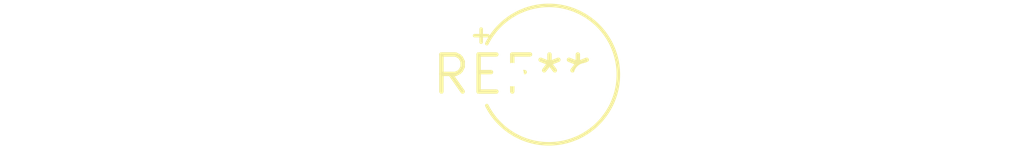
<source format=kicad_pcb>
(kicad_pcb (version 20240108) (generator pcbnew)
  (layers (0 "F.Cu" signal) (31 "B.Cu" signal) (34 "B.Paste" user) (35 "F.Paste" user) (36 "B.SilkS" user "B.Silkscreen") (37 "F.SilkS" user "F.Silkscreen") (38 "B.Mask" user) (39 "F.Mask" user) (44 "Edge.Cuts" user))
  (net 0 "")
  (footprint "CP_Radial_Tantal_D4.5mm_P2.50mm" (layer "F.Cu") (at 0 0)
    (property "Reference" "REF**")
    (property "Value" "CP_Radial_Tantal_D4.5mm_P2.50mm")
    (fp_line (start -1.287288 -1.335) (end -0.837288 -1.335) (layer "F.SilkS") (stroke (width 0.12)))
    (fp_line (start -1.062288 -1.56) (end -1.062288 -1.11) (layer "F.SilkS") (stroke (width 0.12)))
    (fp_arc (start -0.869741 -1.06) (mid 3.62 0) (end -0.869741 1.06) (layer "F.SilkS") (stroke (width 0.12)))
    (pad "1" thru_hole rect (at 0 0) (size 1.6 1.6) (drill 0.8) (layers *.Cu *.Mask) (remove_unused_layers))
    (pad "2" thru_hole circle (at 2.5 0) (size 1.6 1.6) (drill 0.8) (layers *.Cu *.Mask) (remove_unused_layers))
  )
)
</source>
